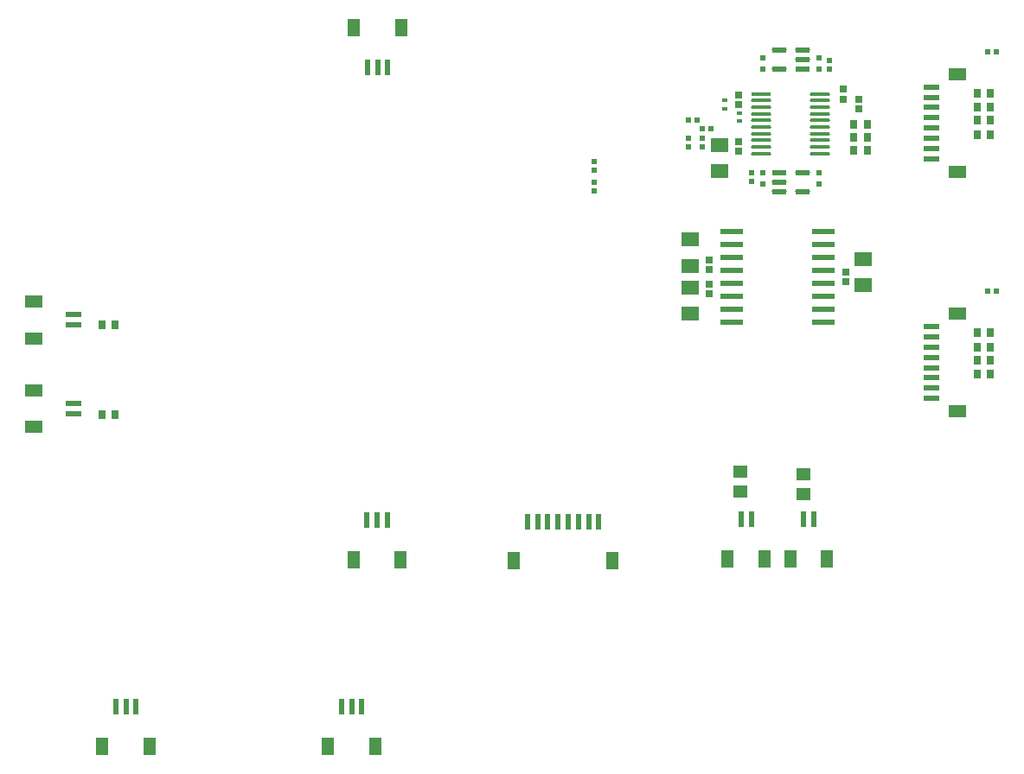
<source format=gbr>
%TF.GenerationSoftware,Altium Limited,Altium Designer,24.2.2 (26)*%
G04 Layer_Color=8421504*
%FSLAX45Y45*%
%MOMM*%
%TF.SameCoordinates,E03CB206-BB87-4E68-BEA4-A169BFC7E2EA*%
%TF.FilePolarity,Positive*%
%TF.FileFunction,Paste,Top*%
%TF.Part,CustomerPanel*%
G01*
G75*
%TA.AperFunction,SMDPad,CuDef*%
%ADD10R,1.20000X1.80000*%
%ADD11R,0.60000X1.55000*%
%TA.AperFunction,ConnectorPad*%
%ADD13R,1.55000X0.60000*%
%ADD14R,1.80000X1.20000*%
%TA.AperFunction,SMDPad,CuDef*%
%ADD15R,0.70000X0.90000*%
%ADD16R,0.60000X0.55000*%
%ADD18R,1.80000X1.20000*%
%ADD19R,1.55000X0.60000*%
%ADD20R,0.55000X0.60000*%
%ADD21R,0.50000X0.60560*%
G04:AMPARAMS|DCode=22|XSize=1.95543mm|YSize=0.42077mm|CornerRadius=0.21038mm|HoleSize=0mm|Usage=FLASHONLY|Rotation=0.000|XOffset=0mm|YOffset=0mm|HoleType=Round|Shape=RoundedRectangle|*
%AMROUNDEDRECTD22*
21,1,1.95543,0.00000,0,0,0.0*
21,1,1.53467,0.42077,0,0,0.0*
1,1,0.42077,0.76733,0.00000*
1,1,0.42077,-0.76733,0.00000*
1,1,0.42077,-0.76733,0.00000*
1,1,0.42077,0.76733,0.00000*
%
%ADD22ROUNDEDRECTD22*%
%ADD23R,1.95543X0.42077*%
G04:AMPARAMS|DCode=24|XSize=1.45564mm|YSize=0.56981mm|CornerRadius=0.2849mm|HoleSize=0mm|Usage=FLASHONLY|Rotation=180.000|XOffset=0mm|YOffset=0mm|HoleType=Round|Shape=RoundedRectangle|*
%AMROUNDEDRECTD24*
21,1,1.45564,0.00000,0,0,180.0*
21,1,0.88584,0.56981,0,0,180.0*
1,1,0.56980,-0.44292,0.00000*
1,1,0.56980,0.44292,0.00000*
1,1,0.56980,0.44292,0.00000*
1,1,0.56980,-0.44292,0.00000*
%
%ADD24ROUNDEDRECTD24*%
%ADD25R,1.45564X0.56981*%
%ADD26R,0.57247X0.61535*%
%ADD27R,0.67248X0.71535*%
%ADD28R,0.50000X0.40000*%
%ADD29R,1.80000X1.40000*%
%ADD30R,2.31140X0.55880*%
%ADD31R,1.46213X1.25814*%
D10*
X1060318Y1353561D02*
D03*
X1520322D02*
D03*
X3270118D02*
D03*
X3730122D02*
D03*
X6050082Y3171038D02*
D03*
X5090079D02*
D03*
X3984122Y8397499D02*
D03*
X3524118D02*
D03*
X3519038Y3184901D02*
D03*
X3979042D02*
D03*
X8152719Y3190240D02*
D03*
X7792720D02*
D03*
X7540920Y3189981D02*
D03*
X7180920D02*
D03*
D11*
X1390320Y1741058D02*
D03*
X1290320D02*
D03*
X1190320D02*
D03*
X3600120D02*
D03*
X3500120D02*
D03*
X3400120D02*
D03*
X5920080Y3558540D02*
D03*
X5820080D02*
D03*
X5220081D02*
D03*
X5320081D02*
D03*
X5420081D02*
D03*
X5520080D02*
D03*
X5620080D02*
D03*
X5720080D02*
D03*
X3654120Y8010002D02*
D03*
X3754120D02*
D03*
X3854120D02*
D03*
X3849040Y3572398D02*
D03*
X3749040D02*
D03*
X3649040D02*
D03*
X8022722Y3577742D02*
D03*
X7922722D02*
D03*
X7410922Y3577478D02*
D03*
X7310923D02*
D03*
D13*
X9179860Y4765560D02*
D03*
Y4865560D02*
D03*
Y4965560D02*
D03*
Y5065560D02*
D03*
Y5165560D02*
D03*
Y5265560D02*
D03*
Y5365560D02*
D03*
Y5465560D02*
D03*
Y7115060D02*
D03*
Y7215060D02*
D03*
Y7315060D02*
D03*
Y7415060D02*
D03*
Y7515060D02*
D03*
Y7615060D02*
D03*
Y7715060D02*
D03*
Y7815060D02*
D03*
D14*
X9432360Y5595560D02*
D03*
Y4635560D02*
D03*
Y7945060D02*
D03*
Y6985060D02*
D03*
D15*
X9622560Y5267960D02*
D03*
X9752560D02*
D03*
X9622560Y5407660D02*
D03*
X9752560D02*
D03*
X9622560Y5140960D02*
D03*
X9752560D02*
D03*
X9621060Y5001260D02*
D03*
X9751060D02*
D03*
X1056640Y5486400D02*
D03*
X1186642D02*
D03*
X1056640Y4605020D02*
D03*
X1186642D02*
D03*
X8546059Y7452035D02*
D03*
X8416061D02*
D03*
X8546059Y7325035D02*
D03*
X8416061D02*
D03*
X8546059Y7198035D02*
D03*
X8416061D02*
D03*
X9622560Y7617460D02*
D03*
X9752560D02*
D03*
X9622560Y7757160D02*
D03*
X9752560D02*
D03*
X9622560Y7490460D02*
D03*
X9752560D02*
D03*
X9621060Y7350760D02*
D03*
X9751060D02*
D03*
D16*
X9729560Y5814060D02*
D03*
X9814560D02*
D03*
X6882039Y7495215D02*
D03*
X6797040D02*
D03*
X7019199Y7403775D02*
D03*
X6934200D02*
D03*
X9729560Y8163560D02*
D03*
X9814560D02*
D03*
D18*
X386080Y5354320D02*
D03*
Y5714319D02*
D03*
Y4483781D02*
D03*
Y4843780D02*
D03*
D19*
X773582Y5484322D02*
D03*
Y5584322D02*
D03*
Y4613778D02*
D03*
Y4713778D02*
D03*
D20*
X5872480Y7083379D02*
D03*
Y6998381D02*
D03*
X8178800Y8076194D02*
D03*
Y7991196D02*
D03*
X7416800Y6889516D02*
D03*
Y6974515D02*
D03*
X5872480Y6885259D02*
D03*
Y6800261D02*
D03*
D21*
X8074660Y6863954D02*
D03*
Y6974515D02*
D03*
Y8101076D02*
D03*
Y7990515D02*
D03*
X7520940Y8101076D02*
D03*
Y7990515D02*
D03*
Y6863954D02*
D03*
Y6974515D02*
D03*
D22*
X8085338Y7749616D02*
D03*
Y7684618D02*
D03*
Y7619614D02*
D03*
Y7554615D02*
D03*
Y7489617D02*
D03*
Y7424618D02*
D03*
Y7359614D02*
D03*
Y7294616D02*
D03*
Y7229617D02*
D03*
Y7164619D02*
D03*
X7510262D02*
D03*
Y7229617D02*
D03*
Y7294616D02*
D03*
Y7359614D02*
D03*
Y7424618D02*
D03*
Y7489617D02*
D03*
Y7554615D02*
D03*
Y7619614D02*
D03*
Y7684618D02*
D03*
D23*
Y7749616D02*
D03*
D24*
X7685273Y7989494D02*
D03*
Y8179496D02*
D03*
X7910327D02*
D03*
Y8084495D02*
D03*
Y6975536D02*
D03*
Y6785534D02*
D03*
X7685273D02*
D03*
Y6880535D02*
D03*
D25*
X7910327Y7989494D02*
D03*
X7685273Y6975536D02*
D03*
D26*
X6794500Y7314555D02*
D03*
Y7228840D02*
D03*
X6931660D02*
D03*
Y7314555D02*
D03*
D27*
X8463280Y7602301D02*
D03*
Y7698014D02*
D03*
X7289800Y7183603D02*
D03*
Y7279315D02*
D03*
X8315960Y7794127D02*
D03*
Y7698415D02*
D03*
X7289800Y7736114D02*
D03*
Y7640401D02*
D03*
X6997700Y5884779D02*
D03*
Y5789066D02*
D03*
Y6123132D02*
D03*
Y6027420D02*
D03*
X8336280Y6003752D02*
D03*
Y5908040D02*
D03*
D28*
X7297420Y7559975D02*
D03*
Y7479975D02*
D03*
X7150100Y7605715D02*
D03*
Y7685715D02*
D03*
D29*
X7101840Y7248835D02*
D03*
Y6988835D02*
D03*
X8506460Y5872480D02*
D03*
Y6132479D02*
D03*
X6817360Y6060440D02*
D03*
Y6320439D02*
D03*
Y5592161D02*
D03*
Y5852160D02*
D03*
D30*
X8120380Y5511800D02*
D03*
X7216140D02*
D03*
Y5638800D02*
D03*
Y5765800D02*
D03*
Y5892800D02*
D03*
Y6019800D02*
D03*
Y6146800D02*
D03*
Y6273800D02*
D03*
Y6400800D02*
D03*
X8120380D02*
D03*
Y6273800D02*
D03*
Y6146800D02*
D03*
Y6019800D02*
D03*
Y5892800D02*
D03*
Y5765800D02*
D03*
Y5638800D02*
D03*
D31*
X7924800Y3829141D02*
D03*
Y4024539D02*
D03*
X7305040Y3848100D02*
D03*
Y4043497D02*
D03*
%TF.MD5,2f1e3dea8b4621d4b02a31dbdc066021*%
M02*

</source>
